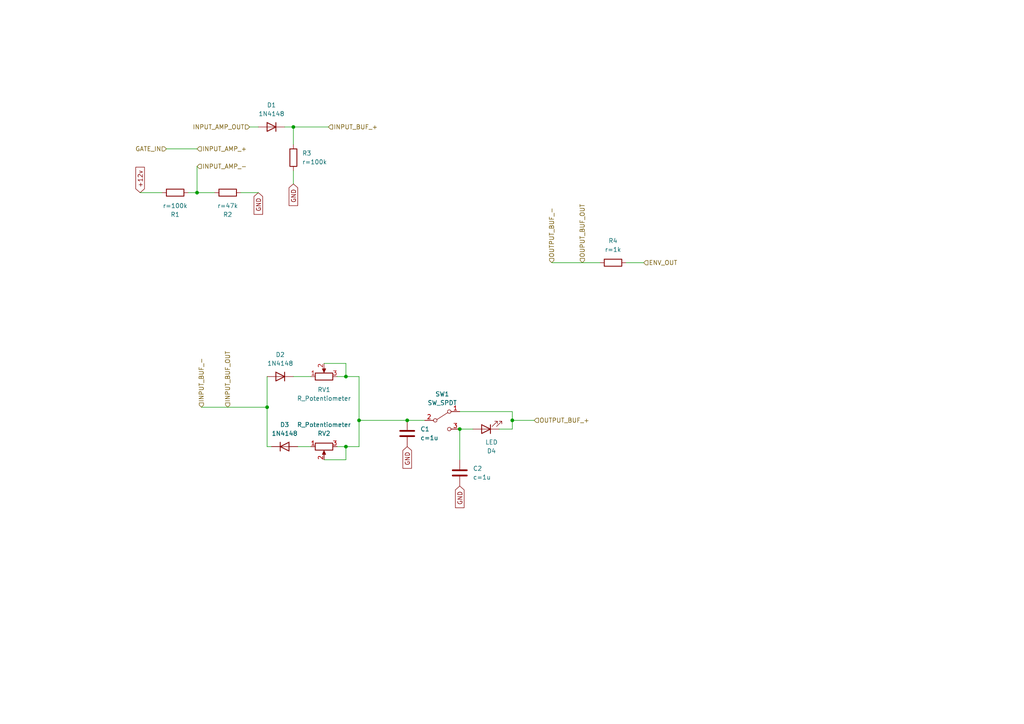
<source format=kicad_sch>
(kicad_sch (version 20230121) (generator eeschema)
  (paper "A4")
  (lib_symbols
    (symbol "Device:C" (pin_numbers hide) (pin_names (offset 0.254))
      (property "Reference" "C" (at 0.635 2.54 0))
      (property "Value" "C" (at 0.635 -2.54 0))
      (symbol "C_0_1"
        (polyline (pts (xy -2.032 -0.762) (xy 2.032 -0.762)) (stroke (width 0.508)))
        (polyline (pts (xy -2.032 0.762) (xy 2.032 0.762)) (stroke (width 0.508)))
      )
      (symbol "C_1_1"
        (pin passive line (at 0 3.81 270) (length 2.794) (name "~") (number "1"))
        (pin passive line (at 0 -3.81 90) (length 2.794) (name "~") (number "2"))
      )
    )
    (symbol "Device:LED" (pin_numbers hide) (pin_names (offset 1.016) hide)
      (property "Reference" "D" (at 0 2.54 0))
      (property "Value" "LED" (at 0 -2.54 0))
      (symbol "LED_0_1"
        (polyline (pts (xy -1.27 -1.27) (xy -1.27 1.27)) (stroke (width 0.254)))
        (polyline (pts (xy -1.27 0) (xy 1.27 0)))
        (polyline (pts (xy 1.27 -1.27) (xy 1.27 1.27) (xy -1.27 0) (xy 1.27 -1.27)) (stroke (width 0.254)))
        (polyline (pts (xy -3.048 -0.762) (xy -4.572 -2.286) (xy -3.81 -2.286) (xy -4.572 -2.286) (xy -4.572 -1.524)))
        (polyline (pts (xy -1.778 -0.762) (xy -3.302 -2.286) (xy -2.54 -2.286) (xy -3.302 -2.286) (xy -3.302 -1.524)))
      )
      (symbol "LED_1_1"
        (pin passive line (at -3.81 0 0) (length 2.54) (name "K") (number "1"))
        (pin passive line (at 3.81 0 180) (length 2.54) (name "A") (number "2"))
      )
    )
    (symbol "Device:R" (pin_numbers hide) (pin_names (offset 0))
      (property "Reference" "R" (at 2.032 0 90))
      (property "Value" "R" (at 0 0 90))
      (symbol "R_0_1"
        (rectangle (start -1.016 -2.54) (end 1.016 2.54) (stroke (width 0.254)))
      )
      (symbol "R_1_1"
        (pin passive line (at 0 3.81 270) (length 1.27) (name "~") (number "1"))
        (pin passive line (at 0 -3.81 90) (length 1.27) (name "~") (number "2"))
      )
    )
    (symbol "Device:R_Potentiometer" (pin_names (offset 1.016) hide)
      (property "Reference" "RV" (at -4.445 0 90))
      (property "Value" "R_Potentiometer" (at -2.54 0 90))
      (symbol "R_Potentiometer_0_1"
        (polyline (pts (xy 2.54 0) (xy 1.524 0)))
        (polyline (pts (xy 1.143 0) (xy 2.286 0.508) (xy 2.286 -0.508) (xy 1.143 0)) (fill (type outline)))
        (rectangle (start 1.016 2.54) (end -1.016 -2.54) (stroke (width 0.254)))
      )
      (symbol "R_Potentiometer_1_1"
        (pin passive line (at 0 3.81 270) (length 1.27) (name "1") (number "1"))
        (pin passive line (at 3.81 0 180) (length 1.27) (name "2") (number "2"))
        (pin passive line (at 0 -3.81 90) (length 1.27) (name "3") (number "3"))
      )
    )
    (symbol "Diode:1N4148" (pin_numbers hide) (pin_names hide)
      (property "Reference" "D" (at 0 2.54 0))
      (property "Value" "1N4148" (at 0 -2.54 0))
      (symbol "1N4148_0_1"
        (polyline (pts (xy -1.27 1.27) (xy -1.27 -1.27)) (stroke (width 0.254)))
        (polyline (pts (xy 1.27 0) (xy -1.27 0)))
        (polyline (pts (xy 1.27 1.27) (xy 1.27 -1.27) (xy -1.27 0) (xy 1.27 1.27)) (stroke (width 0.254)))
      )
      (symbol "1N4148_1_1"
        (pin passive line (at -3.81 0 0) (length 2.54) (name "K") (number "1"))
        (pin passive line (at 3.81 0 180) (length 2.54) (name "A") (number "2"))
      )
    )
    (symbol "Switch:SW_SPDT" (pin_names (offset 0) hide)
      (property "Reference" "SW" (at 0 4.318 0))
      (property "Value" "SW_SPDT" (at 0 -5.08 0))
      (symbol "SW_SPDT_0_0"
        (circle (center -2.032 0) (radius 0.508))
        (circle (center 2.032 -2.54) (radius 0.508))
      )
      (symbol "SW_SPDT_0_1"
        (polyline (pts (xy -1.524 0.254) (xy 1.651 2.286)))
        (circle (center 2.032 2.54) (radius 0.508))
      )
      (symbol "SW_SPDT_1_1"
        (pin passive line (at 5.08 2.54 180) (length 2.54) (name "A") (number "1"))
        (pin passive line (at -5.08 0 0) (length 2.54) (name "B") (number "2"))
        (pin passive line (at 5.08 -2.54 180) (length 2.54) (name "C") (number "3"))
      )
    )
  )
  (junction (at 85.09 36.83))
  (junction (at 148.59 121.92))
  (junction (at 100.33 109.22))
  (junction (at 100.33 129.54))
  (junction (at 57.15 55.88))
  (junction (at 104.14 121.92))
  (junction (at 77.47 118.11))
  (junction (at 133.35 124.46))
  (junction (at 118.11 121.92))
  (wire (pts (xy 133.35 119.38) (xy 148.59 119.38)))
  (wire (pts (xy 133.35 124.46) (xy 137.16 124.46)))
  (wire (pts (xy 57.15 48.26) (xy 57.15 55.88)))
  (wire (pts (xy 144.78 124.46) (xy 148.59 124.46)))
  (wire (pts (xy 77.47 109.22) (xy 77.47 118.11)))
  (wire (pts (xy 118.11 121.92) (xy 123.19 121.92)))
  (wire (pts (xy 148.59 121.92) (xy 154.94 121.92)))
  (wire (pts (xy 40.64 55.88) (xy 46.99 55.88)))
  (wire (pts (xy 104.14 121.92) (xy 104.14 109.22)))
  (wire (pts (xy 86.36 129.54) (xy 90.17 129.54)))
  (wire (pts (xy 90.17 109.22) (xy 85.09 109.22)))
  (wire (pts (xy 104.14 129.54) (xy 104.14 121.92)))
  (wire (pts (xy 160.02 76.2) (xy 173.99 76.2)))
  (wire (pts (xy 77.47 118.11) (xy 77.47 129.54)))
  (wire (pts (xy 48.26 43.18) (xy 57.15 43.18)))
  (wire (pts (xy 93.98 133.35) (xy 100.33 133.35)))
  (wire (pts (xy 148.59 119.38) (xy 148.59 121.92)))
  (wire (pts (xy 100.33 105.41) (xy 100.33 109.22)))
  (wire (pts (xy 85.09 36.83) (xy 85.09 41.91)))
  (wire (pts (xy 97.79 129.54) (xy 100.33 129.54)))
  (wire (pts (xy 82.55 36.83) (xy 85.09 36.83)))
  (wire (pts (xy 100.33 129.54) (xy 104.14 129.54)))
  (wire (pts (xy 104.14 109.22) (xy 100.33 109.22)))
  (wire (pts (xy 74.93 55.88) (xy 69.85 55.88)))
  (wire (pts (xy 104.14 121.92) (xy 118.11 121.92)))
  (wire (pts (xy 77.47 129.54) (xy 78.74 129.54)))
  (wire (pts (xy 85.09 36.83) (xy 95.25 36.83)))
  (wire (pts (xy 54.61 55.88) (xy 57.15 55.88)))
  (wire (pts (xy 100.33 109.22) (xy 97.79 109.22)))
  (wire (pts (xy 181.61 76.2) (xy 186.69 76.2)))
  (wire (pts (xy 85.09 49.53) (xy 85.09 53.34)))
  (wire (pts (xy 62.23 55.88) (xy 57.15 55.88)))
  (wire (pts (xy 133.35 133.35) (xy 133.35 124.46)))
  (wire (pts (xy 148.59 124.46) (xy 148.59 121.92)))
  (wire (pts (xy 93.98 105.41) (xy 100.33 105.41)))
  (wire (pts (xy 58.42 118.11) (xy 77.47 118.11)))
  (wire (pts (xy 74.93 36.83) (xy 72.39 36.83)))
  (wire (pts (xy 100.33 133.35) (xy 100.33 129.54)))
  (global_label "GND" (shape input) (at 118.11 129.54 270) (property "Intersheetrefs" "${INTERSHEET_REFS}" (effects hide)))
  (global_label "GND" (shape input) (at 85.09 53.34 270) (property "Intersheetrefs" "${INTERSHEET_REFS}" (effects hide)))
  (global_label "GND" (shape input) (at 133.35 140.97 270) (property "Intersheetrefs" "${INTERSHEET_REFS}" (effects hide)))
  (global_label "GND" (shape input) (at 74.93 55.88 270) (property "Intersheetrefs" "${INTERSHEET_REFS}" (effects hide)))
  (global_label "+12v" (shape input) (at 40.64 55.88 90) (property "Intersheetrefs" "${INTERSHEET_REFS}" (effects hide)))
  (hierarchical_label "INPUT_AMP_-" (shape input) (at 57.15 48.26 0))
  (hierarchical_label "ENV_OUT" (shape input) (at 186.69 76.2 0))
  (hierarchical_label "OUPUT_BUF_OUT" (shape input) (at 168.91 76.2 90))
  (hierarchical_label "INPUT_BUF_OUT" (shape input) (at 66.04 118.11 90))
  (hierarchical_label "GATE_IN" (shape input) (at 48.26 43.18 180))
  (hierarchical_label "INPUT_AMP_+" (shape input) (at 57.15 43.18 0))
  (hierarchical_label "INPUT_AMP_OUT" (shape input) (at 72.39 36.83 180))
  (hierarchical_label "INPUT_BUF_+" (shape input) (at 95.25 36.83 0))
  (hierarchical_label "OUTPUT_BUF_+" (shape input) (at 154.94 121.92 0))
  (hierarchical_label "OUTPUT_BUF_-" (shape input) (at 160.02 76.2 90))
  (hierarchical_label "INPUT_BUF_-" (shape input) (at 58.42 118.11 90))
  (symbol (lib_id "Diode:1N4148") (at 81.28 109.22 0) (mirror y) (unit 1)
    (property "Reference" "D2" (at 81.28 102.87 0))
    (property "Value" "1N4148" (at 81.28 105.41 0))
    (property "Footprint" "Diode_THT:D_DO-35_SOD27_P7.62mm_Horizontal" (effects hide))
    (property "Datasheet" "https://assets.nexperia.com/documents/data-sheet/1N4148_1N4448.pdf" (effects hide))
    (property "Sim.Device" "D" (effects hide))
    (property "Sim.Pins" "1=K 2=A" (effects hide))
    (instances (project "fourars" (path "" (reference "D2") (unit 1)) (path "" (reference "D10") (unit 1))))
  )
  (symbol (lib_id "Device:C") (at 133.35 137.16 0) (unit 1)
    (property "Reference" "C2" (at 137.16 135.89 0) (effects (justify left)))
    (property "Value" "${SIM.PARAMS}" (at 137.16 138.43 0) (effects (justify left)))
    (property "Footprint" "Capacitor_THT:C_Rect_L7.2mm_W5.5mm_P5.00mm_FKS2_FKP2_MKS2_MKP2" (effects hide))
    (property "Sim.Device" "C" (effects hide))
    (property "Sim.Type" "=" (effects hide))
    (property "Sim.Params" "c=1u" (effects hide))
    (property "Sim.Pins" "1=+ 2=-" (effects hide))
    (instances (project "fourars" (path "" (reference "C2") (unit 1)) (path "" (reference "C6") (unit 1))))
  )
  (symbol (lib_id "Device:R_Potentiometer") (at 93.98 109.22 90) (unit 1)
    (property "Reference" "RV1" (at 93.98 113.03 90))
    (property "Value" "R_Potentiometer" (at 93.98 115.57 90))
    (property "Footprint" "Potentiometer_THT:Potentiometer_Alpha_RD901F-40-00D_Single_Vertical" (effects hide))
    (property "Sim.Device" "R" (effects hide))
    (property "Sim.Type" "POT" (effects hide))
    (property "Sim.Pins" "1=r0 2=wiper 3=r1" (effects hide))
    (property "Sim.Params" "r=1M" (effects hide))
    (instances (project "fourars" (path "" (reference "RV1") (unit 1)) (path "" (reference "RV5") (unit 1))))
  )
  (symbol (lib_id "Device:R_Potentiometer") (at 93.98 129.54 90) (mirror x) (unit 1)
    (property "Reference" "RV2" (at 93.98 125.73 90))
    (property "Value" "R_Potentiometer" (at 93.98 123.19 90))
    (property "Footprint" "Potentiometer_THT:Potentiometer_Alpha_RD901F-40-00D_Single_Vertical" (effects hide))
    (property "Sim.Device" "R" (effects hide))
    (property "Sim.Type" "POT" (effects hide))
    (property "Sim.Pins" "1=r0 2=wiper 3=r1" (effects hide))
    (property "Sim.Params" "r=1M" (effects hide))
    (instances (project "fourars" (path "" (reference "RV2") (unit 1)) (path "" (reference "RV6") (unit 1))))
  )
  (symbol (lib_id "Diode:1N4148") (at 82.55 129.54 0) (unit 1)
    (property "Reference" "D3" (at 82.55 123.19 0))
    (property "Value" "1N4148" (at 82.55 125.73 0))
    (property "Footprint" "Diode_THT:D_DO-35_SOD27_P7.62mm_Horizontal" (effects hide))
    (property "Datasheet" "https://assets.nexperia.com/documents/data-sheet/1N4148_1N4448.pdf" (effects hide))
    (property "Sim.Device" "D" (effects hide))
    (property "Sim.Pins" "1=K 2=A" (effects hide))
    (instances (project "fourars" (path "" (reference "D3") (unit 1)) (path "" (reference "D11") (unit 1))))
  )
  (symbol (lib_id "Switch:SW_SPDT") (at 128.27 121.92 0) (unit 1)
    (property "Reference" "SW1" (at 128.27 114.3 0))
    (property "Value" "SW_SPDT" (at 128.27 116.84 0))
    (property "Footprint" "Button_Switch_THT:SW_PUSH_6mm" (effects hide))
    (property "Sim.Enable" "0" (effects hide))
    (instances (project "fourars" (path "" (reference "SW1") (unit 1)) (path "" (reference "SW3") (unit 1))))
  )
  (symbol (lib_id "Device:LED") (at 140.97 124.46 180) (unit 1)
    (property "Reference" "D4" (at 142.5575 130.81 0))
    (property "Value" "LED" (at 142.5575 128.27 0))
    (property "Footprint" "LED_THT:LED_D5.0mm_FlatTop" (effects hide))
    (property "Sim.Device" "D" (effects hide))
    (property "Sim.Pins" "1=A 2=K" (effects hide))
    (instances (project "fourars" (path "" (reference "D4") (unit 1)) (path "" (reference "D12") (unit 1))))
  )
  (symbol (lib_id "Device:R") (at 66.04 55.88 90) (mirror x) (unit 1)
    (property "Reference" "R2" (at 66.04 62.23 90))
    (property "Value" "${SIM.PARAMS}" (at 66.04 59.69 90))
    (property "Footprint" "Resistor_THT:R_Axial_DIN0207_L6.3mm_D2.5mm_P5.08mm_Vertical" (effects hide))
    (property "Sim.Device" "R" (effects hide))
    (property "Sim.Type" "=" (effects hide))
    (property "Sim.Params" "r=47k" (effects hide))
    (property "Sim.Pins" "1=+ 2=-" (effects hide))
    (instances (project "fourars" (path "" (reference "R2") (unit 1)) (path "" (reference "R10") (unit 1))))
  )
  (symbol (lib_id "Device:C") (at 118.11 125.73 0) (unit 1)
    (property "Reference" "C1" (at 121.92 124.46 0) (effects (justify left)))
    (property "Value" "${SIM.PARAMS}" (at 121.92 127 0) (effects (justify left)))
    (property "Footprint" "Capacitor_THT:C_Rect_L7.2mm_W5.5mm_P5.00mm_FKS2_FKP2_MKS2_MKP2" (effects hide))
    (property "Sim.Device" "C" (effects hide))
    (property "Sim.Type" "=" (effects hide))
    (property "Sim.Params" "c=1u" (effects hide))
    (property "Sim.Pins" "1=+ 2=-" (effects hide))
    (instances (project "fourars" (path "" (reference "C1") (unit 1)) (path "" (reference "C5") (unit 1))))
  )
  (symbol (lib_id "Device:R") (at 50.8 55.88 90) (mirror x) (unit 1)
    (property "Reference" "R1" (at 50.8 62.23 90))
    (property "Value" "${SIM.PARAMS}" (at 50.8 59.69 90))
    (property "Footprint" "Resistor_THT:R_Axial_DIN0207_L6.3mm_D2.5mm_P5.08mm_Vertical" (effects hide))
    (property "Sim.Device" "R" (effects hide))
    (property "Sim.Type" "=" (effects hide))
    (property "Sim.Params" "r=100k" (effects hide))
    (property "Sim.Pins" "1=+ 2=-" (effects hide))
    (instances (project "fourars" (path "" (reference "R1") (unit 1)) (path "" (reference "R9") (unit 1))))
  )
  (symbol (lib_id "Device:R") (at 85.09 45.72 0) (unit 1)
    (property "Reference" "R3" (at 87.63 44.45 0) (effects (justify left)))
    (property "Value" "${SIM.PARAMS}" (at 87.63 46.99 0) (effects (justify left)))
    (property "Footprint" "Resistor_THT:R_Axial_DIN0207_L6.3mm_D2.5mm_P5.08mm_Vertical" (effects hide))
    (property "Sim.Device" "R" (effects hide))
    (property "Sim.Type" "=" (effects hide))
    (property "Sim.Params" "r=100k" (effects hide))
    (property "Sim.Pins" "1=+ 2=-" (effects hide))
    (instances (project "fourars" (path "" (reference "R3") (unit 1)) (path "" (reference "R11") (unit 1))))
  )
  (symbol (lib_id "Device:R") (at 177.8 76.2 90) (unit 1)
    (property "Reference" "R4" (at 177.8 69.85 90))
    (property "Value" "${SIM.PARAMS}" (at 177.8 72.39 90))
    (property "Footprint" "Resistor_THT:R_Axial_DIN0207_L6.3mm_D2.5mm_P5.08mm_Vertical" (effects hide))
    (property "Sim.Device" "R" (effects hide))
    (property "Sim.Type" "=" (effects hide))
    (property "Sim.Params" "r=1k" (effects hide))
    (property "Sim.Pins" "1=+ 2=-" (effects hide))
    (instances (project "fourars" (path "" (reference "R4") (unit 1)) (path "" (reference "R12") (unit 1))))
  )
  (symbol (lib_id "Diode:1N4148") (at 78.74 36.83 0) (mirror y) (unit 1)
    (property "Reference" "D1" (at 78.74 30.48 0))
    (property "Value" "1N4148" (at 78.74 33.02 0))
    (property "Footprint" "Diode_THT:D_DO-35_SOD27_P7.62mm_Horizontal" (effects hide))
    (property "Datasheet" "https://assets.nexperia.com/documents/data-sheet/1N4148_1N4448.pdf" (effects hide))
    (property "Sim.Device" "D" (effects hide))
    (property "Sim.Pins" "1=K 2=A" (effects hide))
    (instances (project "fourars" (path "" (reference "D1") (unit 1)) (path "" (reference "D9") (unit 1))))
  )
)
</source>
